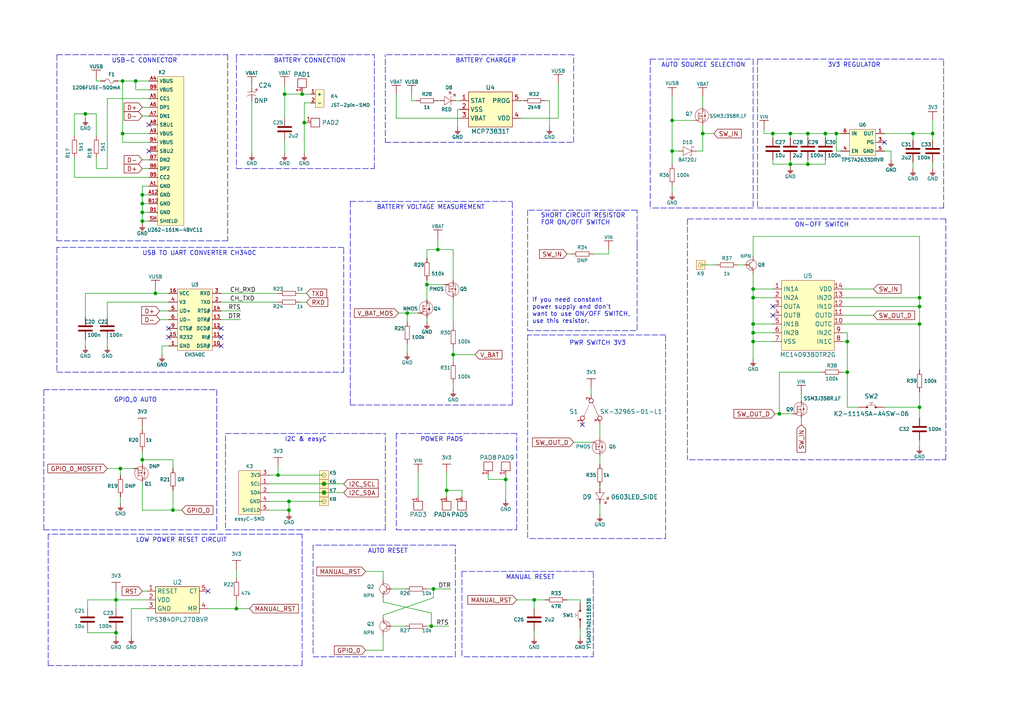
<source format=kicad_sch>
(kicad_sch (version 20211123) (generator eeschema)
  (paper "A4")
  (title_block (title "Soldered Inkplate 10") (date "2022-12-09") (rev "V1.3.0.") (company "SOLDERED") (comment 1 "333241"))
  (lib_symbols
    (symbol "e-radionica.com schematics:0402LED" (pin_numbers hide) (pin_names (offset 0.254) hide)
      (property "Reference" "D" (at -0.635 2.54 0))
      (property "Value" "0402LED" (at 0 -2.54 0))
      (symbol "0402LED_1_1"
        (pin passive line (at -1.905 0 0) (length 1.27) (name "A") (number "1"))
        (pin passive line (at 2.54 0 180) (length 1.27) (name "K") (number "2"))
      )
    )
    (symbol "e-radionica.com schematics:0603C" (pin_numbers hide) (pin_names (offset 0.002))
      (property "Reference" "C" (at 0 3.81 0))
      (property "Value" "0603C" (at 0 -3.175 0))
      (symbol "0603C_1_1"
        (pin passive line (at -3.175 0 0) (length 2.54) (name "~") (number "1"))
        (pin passive line (at 3.175 0 180) (length 2.54) (name "~") (number "2"))
      )
    )
    (symbol "e-radionica.com schematics:0603LED_SIDE" (pin_numbers hide) (pin_names hide)
      (property "Reference" "D" (at -1.27 2.54 0))
      (property "Value" "0603LED_SIDE" (at 0 -2.286 0))
      (symbol "0603LED_SIDE_1_1"
        (pin passive line (at -2.54 0 0) (length 1.27) (name "A") (number "1"))
        (pin passive line (at 1.905 0 180) (length 1.27) (name "K") (number "2"))
      )
    )
    (symbol "e-radionica.com schematics:0603R" (pin_numbers hide) (pin_names (offset 0.254))
      (property "Reference" "R" (at 0 1.27 0))
      (property "Value" "0603R" (at 0 -1.905 0))
      (symbol "0603R_1_1"
        (pin passive line (at -3.175 0 0) (length 1.27) (name "~") (number "1"))
        (pin passive line (at 3.175 0 180) (length 1.27) (name "~") (number "2"))
      )
    )
    (symbol "e-radionica.com schematics:1206C" (pin_numbers hide)
      (property "Reference" "C" (at 0 3.81 0))
      (property "Value" "1206C" (at 0 -3.175 0))
      (symbol "1206C_1_1"
        (pin passive line (at -3.175 0 0) (length 2.54) (name "~") (number "1"))
        (pin passive line (at 3.175 0 180) (length 2.54) (name "~") (number "2"))
      )
    )
    (symbol "e-radionica.com schematics:1206FUSE" (pin_numbers hide) (pin_names hide)
      (property "Reference" "F" (at -1.27 1.905 0))
      (property "Value" "1206FUSE" (at 0 -1.905 0))
      (symbol "1206FUSE_1_1"
        (pin passive line (at -2.54 0 0) (length 1.27) (name "~") (number "1"))
        (pin passive line (at 2.54 0 180) (length 1.27) (name "~") (number "2"))
      )
    )
    (symbol "e-radionica.com schematics:2917C" (pin_numbers hide) (pin_names hide)
      (property "Reference" "C?" (at 0 0 0))
      (property "Value" "2917C" (at 0 0 0))
      (symbol "2917C_0_0"
        (text "+" (at -0.635 -1.27 0) (effects (font (size 1 1))))
      )
      (symbol "2917C_1_1"
        (pin input line (at -1.27 -2.54 0) (length 1.27) (name "+") (number "1"))
        (pin input line (at 2.54 -2.54 180) (length 1.8) (name "-") (number "2"))
      )
    )
    (symbol "e-radionica.com schematics:3V3" (power) (pin_names (offset 0))
      (property "Value" "3V3" (at 0 3.556 0))
      (symbol "3V3_1_1"
        (pin power_in line (at 0 0 90) (length 0) hide (name "3V3") (number "1"))
      )
    )
    (symbol "e-radionica.com schematics:BAT20J" (pin_numbers hide) (pin_names hide)
      (property "Reference" "D" (at 0 2.54 0))
      (property "Value" "BAT20J" (at 0 -2.54 0))
      (symbol "BAT20J_1_1"
        (pin input line (at -2.54 0 0) (length 1.27) (name "A") (number "1"))
        (pin input line (at 2.54 0 180) (length 1.27) (name "C") (number "2"))
      )
    )
    (symbol "e-radionica.com schematics:CH340C"
      (property "Reference" "U" (at -3.81 10.16 0))
      (property "Value" "CH340C" (at 0 -10.16 0))
      (symbol "CH340C_1_1"
        (pin passive line (at -7.62 -7.62 0) (length 2.54) (name "GND") (number "1"))
        (pin passive line (at 7.62 -7.62 180) (length 2.54) (name "DSR#") (number "10"))
        (pin passive line (at 7.62 -5.08 180) (length 2.54) (name "RI#") (number "11"))
        (pin passive line (at 7.62 -2.54 180) (length 2.54) (name "DCD#") (number "12"))
        (pin passive line (at 7.62 0 180) (length 2.54) (name "DTR#") (number "13"))
        (pin passive line (at 7.62 2.54 180) (length 2.54) (name "RTS#") (number "14"))
        (pin passive line (at -7.62 -5.08 0) (length 2.54) (name "R232") (number "15"))
        (pin passive line (at -7.62 7.62 0) (length 2.54) (name "VCC") (number "16"))
        (pin passive line (at 7.62 5.08 180) (length 2.54) (name "TXD") (number "2"))
        (pin passive line (at 7.62 7.62 180) (length 2.54) (name "RXD") (number "3"))
        (pin passive line (at -7.62 5.08 0) (length 2.54) (name "V3") (number "4"))
        (pin passive line (at -7.62 2.54 0) (length 2.54) (name "UD+") (number "5"))
        (pin passive line (at -7.62 0 0) (length 2.54) (name "UD-") (number "6"))
        (pin passive line (at -7.62 -2.54 0) (length 2.54) (name "CTS#") (number "9"))
      )
    )
    (symbol "e-radionica.com schematics:GND" (power) (pin_names (offset 0))
      (property "Value" "GND" (at 0 -2.921 0))
      (symbol "GND_1_1"
        (pin power_in line (at 0 0 270) (length 0) hide (name "GND") (number "1"))
      )
    )
    (symbol "e-radionica.com schematics:HEADER_MALE_1X1_Inkplate" (pin_numbers hide) (pin_names hide)
      (property "Reference" "K" (at 0 2.54 0))
      (property "Value" "HEADER_MALE_1X1_Inkplate" (at 0 -2.54 0))
      (symbol "HEADER_MALE_1X1_Inkplate_1_1"
        (pin passive line (at 0 0 180) (length 0) (name "~") (number "1"))
      )
    )
    (symbol "e-radionica.com schematics:JST-2pin-SMD"
      (property "Reference" "K" (at 0 3.81 0))
      (property "Value" "JST-2pin-SMD" (at 1.27 -3.81 0))
      (symbol "JST-2pin-SMD_1_1"
        (pin passive line (at 2.54 -1.27 180) (length 1.27) (name "+") (number "1"))
        (pin passive line (at 2.54 1.27 180) (length 1.27) (name "-") (number "2"))
      )
    )
    (symbol "e-radionica.com schematics:K2-1114SA-A4SW-06" (pin_numbers hide) (pin_names hide)
      (property "Reference" "SW" (at 0 2.54 0))
      (property "Value" "K2-1114SA-A4SW-06" (at 0 -2.54 0))
      (symbol "K2-1114SA-A4SW-06_1_1"
        (pin passive line (at -3.81 0 0) (length 2.54) (name "~") (number "1"))
        (pin passive line (at 3.81 0 180) (length 2.54) (name "~") (number "2"))
      )
    )
    (symbol "e-radionica.com schematics:MC14093BDTR2G"
      (property "Reference" "U" (at 0 15.24 0))
      (property "Value" "MC14093BDTR2G" (at 0 -7.62 0))
      (symbol "MC14093BDTR2G_1_1"
        (pin output line (at -10.16 11.43 0) (length 2.54) (name "IN1A") (number "1"))
        (pin output line (at 10.16 1.27 180) (length 2.54) (name "OUTC") (number "10"))
        (pin output line (at 10.16 3.81 180) (length 2.54) (name "OUTD") (number "11"))
        (pin output line (at 10.16 6.35 180) (length 2.54) (name "IN1D") (number "12"))
        (pin output line (at 10.16 8.89 180) (length 2.54) (name "IN2D") (number "13"))
        (pin output line (at 10.16 11.43 180) (length 2.54) (name "VDD") (number "14"))
        (pin output line (at -10.16 8.89 0) (length 2.54) (name "IN2A") (number "2"))
        (pin output line (at -10.16 6.35 0) (length 2.54) (name "OUTA") (number "3"))
        (pin output line (at -10.16 3.81 0) (length 2.54) (name "OUTB") (number "4"))
        (pin output line (at -10.16 1.27 0) (length 2.54) (name "IN1B") (number "5"))
        (pin output line (at -10.16 -1.27 0) (length 2.54) (name "IN2B") (number "6"))
        (pin output line (at -10.16 -3.81 0) (length 2.54) (name "VSS") (number "7"))
        (pin output line (at 10.16 -3.81 180) (length 2.54) (name "IN1C") (number "8"))
        (pin output line (at 10.16 -1.27 180) (length 2.54) (name "IN2C") (number "9"))
      )
    )
    (symbol "e-radionica.com schematics:MCP73831T"
      (property "Reference" "U" (at 0 6.35 0))
      (property "Value" "MCP73831T" (at 0 -6.35 0))
      (symbol "MCP73831T_1_1"
        (pin output line (at -8.89 2.54 0) (length 2.54) (name "STAT") (number "1"))
        (pin output line (at -8.89 0 0) (length 2.54) (name "VSS") (number "2"))
        (pin output line (at -8.89 -2.54 0) (length 2.54) (name "VBAT") (number "3"))
        (pin output line (at 8.89 -2.54 180) (length 2.54) (name "VDD") (number "4"))
        (pin output line (at 8.89 2.54 180) (length 2.54) (name "PROG") (number "5"))
      )
    )
    (symbol "e-radionica.com schematics:NMOS-SOT-23-3" (pin_numbers hide) (pin_names hide)
      (property "Reference" "Q" (at -1.143 2.921 0))
      (property "Value" "NMOS-SOT-23-3" (at 1.524 -3.937 0))
      (symbol "NMOS-SOT-23-3_1_1"
        (pin passive line (at -1.27 -1.27 0) (length 1.27) (name "G") (number "1"))
        (pin passive line (at 1.27 -2.54 90) (length 1.27) (name "S") (number "2"))
        (pin passive line (at 1.27 2.54 270) (length 1.27) (name "D") (number "3"))
      )
    )
    (symbol "e-radionica.com schematics:NPN-SOT-23-3" (pin_numbers hide) (pin_names hide)
      (property "Reference" "Q" (at -2.286 2.921 0))
      (property "Value" "NPN-SOT-23-3" (at 0 -3.81 0))
      (symbol "NPN-SOT-23-3_1_1"
        (pin passive line (at -2.54 0 0) (length 1.27) (name "B") (number "1"))
        (pin passive line (at 0 -2.54 90) (length 1.27) (name "E") (number "2"))
        (pin passive line (at 0 2.54 270) (length 1.27) (name "C") (number "3"))
      )
    )
    (symbol "e-radionica.com schematics:PAD_4x4"
      (property "Reference" "PAD" (at 0 2.54 0))
      (property "Value" "PAD_4x4" (at 0 -2.54 0))
      (symbol "PAD_4x4_1_1"
        (pin passive line (at -2.54 0 0) (length 1.27) (name "") (number "1"))
      )
    )
    (symbol "e-radionica.com schematics:PMOS-SOT-23-3" (pin_numbers hide) (pin_names hide)
      (property "Reference" "Q" (at -1.27 2.54 0))
      (property "Value" "PMOS-SOT-23-3" (at 0.381 -4.064 0))
      (symbol "PMOS-SOT-23-3_1_1"
        (pin passive line (at -1.27 -1.27 0) (length 1.27) (name "G") (number "1"))
        (pin passive line (at 1.27 -2.54 90) (length 1.27) (name "S") (number "2"))
        (pin passive line (at 1.27 2.54 270) (length 1.27) (name "D") (number "3"))
      )
    )
    (symbol "e-radionica.com schematics:SK-3296S-01-L1"
      (property "Reference" "S" (at 0 3.81 0))
      (property "Value" "SK-3296S-01-L1" (at 0 -6.35 0))
      (symbol "SK-3296S-01-L1_1_1"
        (pin input inverted (at 3.81 2.54 180) (length 2.54) (name "") (number "1"))
        (pin input inverted (at -5.08 0 0) (length 2.54) (name "") (number "2"))
        (pin input inverted (at 3.81 -2.54 180) (length 2.54) (name "") (number "3"))
      )
    )
    (symbol "e-radionica.com schematics:TPS3840PL27DBVR"
      (property "Reference" "U" (at 0 5.08 0))
      (property "Value" "TPS3840PL27DBVR" (at 0 -5.08 0))
      (symbol "TPS3840PL27DBVR_1_1"
        (pin input line (at -8.89 2.54 0) (length 2.54) (name "RESET") (number "1"))
        (pin input line (at -8.89 0 0) (length 2.54) (name "VDD") (number "2"))
        (pin input line (at -8.89 -2.54 0) (length 2.54) (name "GND") (number "3"))
        (pin input line (at 8.89 -2.54 180) (length 2.54) (name "MR") (number "4"))
        (pin input line (at 8.89 2.54 180) (length 2.54) (name "CT") (number "5"))
      )
    )
    (symbol "e-radionica.com schematics:TPS7A2633DRVR"
      (property "Reference" "U" (at -3.175 5.08 0))
      (property "Value" "TPS7A2633DRVR" (at 0 -5.08 0))
      (symbol "TPS7A2633DRVR_1_1"
        (pin passive line (at 6.35 2.54 180) (length 2.54) (name "OUT") (number "1"))
        (pin passive line (at 6.35 0 180) (length 2.54) (name "PG") (number "3"))
        (pin passive line (at -6.35 -2.54 0) (length 2.54) (name "EN") (number "4"))
        (pin passive line (at 6.35 -2.54 180) (length 2.54) (name "GND") (number "5"))
        (pin passive line (at -6.35 2.54 0) (length 2.54) (name "IN") (number "6"))
      )
    )
    (symbol "e-radionica.com schematics:U262-161N-4BVC11"
      (property "Reference" "K" (at 0 22.86 0))
      (property "Value" "U262-161N-4BVC11" (at 2.54 -22.86 0))
      (symbol "U262-161N-4BVC11_1_1"
        (pin passive line (at -3.81 -10.16 0) (length 2.54) (name "GND") (number "A1"))
        (pin passive line (at -3.81 -12.7 0) (length 2.54) (name "GND") (number "A12"))
        (pin passive line (at -3.81 20.32 0) (length 2.54) (name "VBUS") (number "A4"))
        (pin passive line (at -3.81 15.24 0) (length 2.54) (name "CC1") (number "A5"))
        (pin passive line (at -3.81 12.7 0) (length 2.54) (name "DP1") (number "A6"))
        (pin passive line (at -3.81 10.16 0) (length 2.54) (name "DN1") (number "A7"))
        (pin passive line (at -3.81 7.62 0) (length 2.54) (name "SBU1") (number "A8"))
        (pin passive line (at -3.81 5.08 0) (length 2.54) (name "VBUS") (number "A9"))
        (pin passive line (at -3.81 -17.78 0) (length 2.54) (name "GND") (number "B1"))
        (pin passive line (at -3.81 -15.24 0) (length 2.54) (name "GND") (number "B12"))
        (pin passive line (at -3.81 2.54 0) (length 2.54) (name "VBUS") (number "B4"))
        (pin passive line (at -3.81 -7.62 0) (length 2.54) (name "CC2") (number "B5"))
        (pin passive line (at -3.81 -5.08 0) (length 2.54) (name "DP2") (number "B6"))
        (pin passive line (at -3.81 -2.54 0) (length 2.54) (name "DN2") (number "B7"))
        (pin passive line (at -3.81 0 0) (length 2.54) (name "SBU2") (number "B8"))
        (pin passive line (at -3.81 17.78 0) (length 2.54) (name "VBUS") (number "B9"))
        (pin passive line (at -3.81 -20.32 0) (length 2.54) (name "SHIELD") (number "SH"))
      )
    )
    (symbol "e-radionica.com schematics:VBAT" (power) (pin_names (offset 0))
      (property "Value" "VBAT" (at 0 3.556 0))
      (symbol "VBAT_1_1"
        (pin power_in line (at 0 0 90) (length 0) hide (name "VBAT") (number "1"))
      )
    )
    (symbol "e-radionica.com schematics:VIN" (power) (pin_names (offset 0))
      (property "Value" "VIN" (at 0 3.556 0))
      (symbol "VIN_1_1"
        (pin power_in line (at 0 0 90) (length 0) hide (name "VIN") (number "1"))
      )
    )
    (symbol "e-radionica.com schematics:VUSB" (power) (pin_names (offset 0))
      (property "Value" "VUSB" (at 0 3.556 0))
      (symbol "VUSB_1_1"
        (pin power_in line (at 0 0 90) (length 0) hide (name "VUSB") (number "1"))
      )
    )
    (symbol "e-radionica.com schematics:YTSA007A0151803B" (pin_numbers hide) (pin_names hide)
      (property "Reference" "SW" (at -1.016 2.286 0))
      (property "Value" "YTSA007A0151803B" (at 1.778 -2.032 0))
      (symbol "YTSA007A0151803B_1_1"
        (pin passive line (at -2.54 0 0) (length 2.54) (name "~") (number "1"))
        (pin passive line (at 5.08 0 180) (length 2.54) (name "~") (number "2"))
      )
    )
    (symbol "e-radionica.com schematics:easyC-SMD" (pin_names (offset 0.002))
      (property "Reference" "K" (at 0 10.16 0))
      (property "Value" "easyC-SMD" (at 0 -5.08 0))
      (symbol "easyC-SMD_1_1"
        (pin passive line (at 5.715 5.08 180) (length 2.54) (name "SCL") (number "1"))
        (pin passive line (at 5.715 2.54 180) (length 2.54) (name "SDA") (number "2"))
        (pin passive line (at 5.715 7.62 180) (length 2.54) (name "3V3") (number "3"))
        (pin passive line (at 5.715 0 180) (length 2.54) (name "GND") (number "4"))
        (pin passive line (at 5.715 -2.54 180) (length 2.54) (name "SHIELD") (number "5"))
      )
    )
  )
  (junction (at 224.155 38.735))
  (junction (at 218.44 99.06))
  (junction (at 88.265 35.56))
  (junction (at 245.745 107.95))
  (junction (at 127 72.39))
  (junction (at 239.395 38.735))
  (junction (at 154.94 173.99))
  (junction (at 266.7 88.9))
  (junction (at 34.925 135.89))
  (junction (at 194.945 43.815))
  (junction (at 35.56 38.735) (diameter 0.9144))
  (junction (at 123.825 82.55))
  (junction (at 41.275 61.595) (diameter 0.9144))
  (junction (at 41.275 56.515) (diameter 0.9144))
  (junction (at 194.945 34.925))
  (junction (at 218.44 86.36))
  (junction (at 45.085 85.09))
  (junction (at 118.11 90.805))
  (junction (at 24.765 33.02) (diameter 0.9144))
  (junction (at 41.275 64.135) (diameter 0.9144))
  (junction (at 264.795 38.735))
  (junction (at 218.44 93.98))
  (junction (at 226.06 120.015))
  (junction (at 83.82 145.415))
  (junction (at 234.315 38.735))
  (junction (at 242.57 38.735))
  (junction (at 218.44 96.52))
  (junction (at 270.51 38.735))
  (junction (at 33.655 183.515))
  (junction (at 125.73 170.815))
  (junction (at 87.63 27.305))
  (junction (at 266.7 118.11))
  (junction (at 93.98 142.875))
  (junction (at 129.54 142.24))
  (junction (at 245.745 99.06))
  (junction (at 93.98 140.335))
  (junction (at 41.275 59.055) (diameter 0.9144))
  (junction (at 146.685 139.065))
  (junction (at 39.37 23.495) (diameter 0.9144))
  (junction (at 50.165 147.955))
  (junction (at 266.7 86.36))
  (junction (at 82.55 27.305))
  (junction (at 229.235 38.735))
  (junction (at 83.82 147.955))
  (junction (at 41.275 133.35))
  (junction (at 125.095 181.61))
  (junction (at 35.56 23.495) (diameter 0.9144))
  (junction (at 234.315 47.625))
  (junction (at 266.7 93.98))
  (junction (at 33.655 173.99))
  (junction (at 218.44 83.82))
  (junction (at 229.235 47.625))
  (junction (at 68.58 176.53))
  (junction (at 80.645 137.795))
  (junction (at 203.835 38.735))
  (junction (at 131.445 102.87))
  (no_connect (at 48.895 95.25))
  (no_connect (at 224.155 91.44))
  (no_connect (at 64.135 95.25))
  (no_connect (at 43.18 43.815))
  (no_connect (at 168.91 123.19))
  (no_connect (at 48.895 97.79))
  (no_connect (at 224.155 88.9))
  (no_connect (at 64.135 100.33))
  (no_connect (at 256.54 41.275))
  (no_connect (at 60.325 171.45))
  (no_connect (at 43.18 36.195))
  (no_connect (at 64.135 97.79))
  (wire (pts (xy 270.51 46.99) (xy 270.51 48.895)))
  (wire (pts (xy 60.325 176.53) (xy 68.58 176.53)))
  (wire (pts (xy 120.65 29.21) (xy 119.38 29.21)))
  (polyline (pts (xy 184.785 60.96) (xy 153.035 60.96)))
  (wire (pts (xy 133.985 144.145) (xy 133.985 142.24)))
  (polyline (pts (xy 99.695 107.95) (xy 99.695 71.755)))
  (wire (pts (xy 244.475 91.44) (xy 253.365 91.44)))
  (wire (pts (xy 229.235 38.735) (xy 234.315 38.735)))
  (wire (pts (xy 244.475 88.9) (xy 266.7 88.9)))
  (polyline (pts (xy 149.86 153.67) (xy 149.86 125.73)))
  (wire (pts (xy 244.475 83.82) (xy 253.365 83.82)))
  (wire (pts (xy 111.125 165.735) (xy 111.125 168.275)))
  (wire (pts (xy 245.745 118.11) (xy 245.745 107.95)))
  (wire (pts (xy 248.92 118.11) (xy 245.745 118.11)))
  (polyline (pts (xy 68.58 48.895) (xy 108.585 48.895)))
  (wire (pts (xy 78.105 140.335) (xy 93.98 140.335)))
  (wire (pts (xy 234.315 46.355) (xy 234.315 47.625)))
  (wire (pts (xy 93.98 142.875) (xy 99.695 142.875)))
  (polyline (pts (xy 16.51 76.2) (xy 16.51 107.95)))
  (wire (pts (xy 24.765 85.09) (xy 45.085 85.09)))
  (wire (pts (xy 238.125 107.95) (xy 226.06 107.95)))
  (wire (pts (xy 88.265 29.845) (xy 90.17 29.845)))
  (wire (pts (xy 41.275 171.45) (xy 42.545 171.45)))
  (wire (pts (xy 50.165 147.955) (xy 52.705 147.955)))
  (wire (pts (xy 158.115 29.21) (xy 159.385 29.21)))
  (wire (pts (xy 25.4 182.88) (xy 25.4 183.515)))
  (wire (pts (xy 125.095 181.61) (xy 130.175 181.61)))
  (wire (pts (xy 203.835 36.195) (xy 203.835 38.735)))
  (wire (pts (xy 123.825 81.28) (xy 123.825 82.55)))
  (wire (pts (xy 31.115 48.895) (xy 31.115 28.575)))
  (polyline (pts (xy 68.58 15.875) (xy 68.58 16.51)))
  (wire (pts (xy 127 29.21) (xy 127.635 29.21)))
  (polyline (pts (xy 166.37 41.275) (xy 166.37 15.875)))
  (wire (pts (xy 258.445 43.815) (xy 258.445 46.355)))
  (wire (pts (xy 68.58 176.53) (xy 72.39 176.53)))
  (polyline (pts (xy 66.04 69.85) (xy 16.51 69.85)) (stroke (width 0) (type dash)))
  (wire (pts (xy 166.37 128.27) (xy 171.45 128.27)))
  (wire (pts (xy 82.55 40.64) (xy 82.55 44.45)))
  (wire (pts (xy 242.57 43.815) (xy 242.57 38.735)))
  (polyline (pts (xy 148.59 117.475) (xy 148.59 58.42)))
  (wire (pts (xy 123.825 181.61) (xy 125.095 181.61)))
  (wire (pts (xy 154.94 173.99) (xy 158.115 173.99)))
  (polyline (pts (xy 172.085 190.5) (xy 172.085 165.735)))
  (wire (pts (xy 266.7 118.11) (xy 266.7 121.285)))
  (polyline (pts (xy 87.63 154.94) (xy 13.97 154.94)))
  (polyline (pts (xy 16.51 71.755) (xy 16.51 76.2)))
  (wire (pts (xy 123.825 170.815) (xy 125.73 170.815)))
  (wire (pts (xy 88.265 29.845) (xy 88.265 35.56)))
  (polyline (pts (xy 12.7 153.67) (xy 62.865 153.67)))
  (polyline (pts (xy 134.62 190.5) (xy 172.085 190.5)))
  (polyline (pts (xy 218.44 17.145) (xy 218.44 60.325)))
  (wire (pts (xy 132.08 29.21) (xy 133.35 29.21)))
  (polyline (pts (xy 65.405 153.67) (xy 111.76 153.67)))
  (wire (pts (xy 45.085 83.82) (xy 45.085 85.09)))
  (wire (pts (xy 266.7 127.635) (xy 266.7 129.54)))
  (wire (pts (xy 218.44 93.98) (xy 218.44 96.52)))
  (wire (pts (xy 154.94 182.88) (xy 154.94 184.785)))
  (wire (pts (xy 125.73 173.355) (xy 111.125 178.435)))
  (wire (pts (xy 173.99 132.08) (xy 173.99 134.62)))
  (wire (pts (xy 86.995 87.63) (xy 88.9 87.63)))
  (wire (pts (xy 41.275 33.655) (xy 43.18 33.655)))
  (wire (pts (xy 224.155 47.625) (xy 229.235 47.625)))
  (wire (pts (xy 106.045 165.735) (xy 111.125 165.735)))
  (wire (pts (xy 226.06 120.015) (xy 229.87 120.015)))
  (wire (pts (xy 41.275 130.81) (xy 41.275 133.35)))
  (wire (pts (xy 224.155 96.52) (xy 218.44 96.52)))
  (wire (pts (xy 80.645 137.795) (xy 93.98 137.795)))
  (wire (pts (xy 244.475 86.36) (xy 266.7 86.36)))
  (wire (pts (xy 41.275 64.135) (xy 41.275 64.77)))
  (wire (pts (xy 239.395 47.625) (xy 234.315 47.625)))
  (wire (pts (xy 123.825 92.075) (xy 123.825 93.345)))
  (polyline (pts (xy 114.935 125.73) (xy 114.935 153.67)))
  (wire (pts (xy 86.995 85.09) (xy 88.9 85.09)))
  (wire (pts (xy 234.315 47.625) (xy 229.235 47.625)))
  (wire (pts (xy 224.155 83.82) (xy 218.44 83.82)))
  (wire (pts (xy 41.275 61.595) (xy 41.275 64.135)))
  (wire (pts (xy 224.155 46.355) (xy 224.155 47.625)))
  (polyline (pts (xy 193.04 97.155) (xy 153.035 97.155)))
  (wire (pts (xy 111.125 174.625) (xy 125.095 177.8)))
  (polyline (pts (xy 101.6 58.42) (xy 101.6 117.475)))
  (wire (pts (xy 141.605 139.065) (xy 146.685 139.065)))
  (wire (pts (xy 234.315 38.735) (xy 239.395 38.735)))
  (wire (pts (xy 114.935 34.29) (xy 133.35 34.29)))
  (wire (pts (xy 131.445 100.965) (xy 131.445 102.87)))
  (wire (pts (xy 224.79 120.015) (xy 226.06 120.015)))
  (polyline (pts (xy 62.865 113.03) (xy 62.865 114.935)))
  (wire (pts (xy 164.465 73.66) (xy 165.735 73.66)))
  (wire (pts (xy 127 69.215) (xy 127 72.39)))
  (wire (pts (xy 43.18 53.975) (xy 41.275 53.975)))
  (wire (pts (xy 239.395 46.355) (xy 239.395 47.625)))
  (wire (pts (xy 229.235 46.355) (xy 229.235 47.625)))
  (wire (pts (xy 33.655 173.99) (xy 42.545 173.99)))
  (polyline (pts (xy 274.32 133.35) (xy 274.32 63.5)))
  (wire (pts (xy 83.82 145.415) (xy 93.98 145.415)))
  (wire (pts (xy 35.56 23.495) (xy 39.37 23.495)))
  (polyline (pts (xy 132.08 158.115) (xy 90.805 158.115)))
  (wire (pts (xy 111.125 188.595) (xy 111.125 184.15)))
  (wire (pts (xy 33.655 176.53) (xy 33.655 173.99)))
  (polyline (pts (xy 111.76 153.67) (xy 111.76 125.73)))
  (polyline (pts (xy 16.51 107.95) (xy 99.695 107.95)))
  (wire (pts (xy 35.56 38.735) (xy 35.56 41.275)))
  (wire (pts (xy 82.55 27.305) (xy 87.63 27.305)))
  (wire (pts (xy 264.795 38.735) (xy 264.795 40.64)))
  (wire (pts (xy 171.45 112.395) (xy 171.45 114.3)))
  (wire (pts (xy 43.18 41.275) (xy 35.56 41.275)))
  (polyline (pts (xy 99.695 71.755) (xy 16.51 71.755)))
  (wire (pts (xy 203.835 38.735) (xy 207.01 38.735)))
  (polyline (pts (xy 188.595 17.145) (xy 218.44 17.145)))
  (wire (pts (xy 25.4 176.53) (xy 25.4 173.99)))
  (polyline (pts (xy 153.035 95.885) (xy 184.785 95.885)))
  (wire (pts (xy 131.445 102.87) (xy 137.795 102.87)))
  (wire (pts (xy 133.35 31.75) (xy 132.715 31.75)))
  (polyline (pts (xy 114.935 153.67) (xy 149.86 153.67)))
  (polyline (pts (xy 111.76 41.275) (xy 166.37 41.275)))
  (polyline (pts (xy 153.67 156.21) (xy 193.04 156.21)))
  (wire (pts (xy 73.025 29.21) (xy 73.025 44.45)))
  (wire (pts (xy 41.275 48.895) (xy 43.18 48.895)))
  (polyline (pts (xy 184.785 71.12) (xy 184.785 95.885)))
  (wire (pts (xy 266.7 86.36) (xy 266.7 88.9)))
  (wire (pts (xy 224.155 38.735) (xy 229.235 38.735)))
  (wire (pts (xy 266.7 113.665) (xy 266.7 118.11)))
  (wire (pts (xy 35.56 38.735) (xy 43.18 38.735)))
  (wire (pts (xy 123.825 82.55) (xy 123.825 86.995)))
  (wire (pts (xy 106.045 188.595) (xy 111.125 188.595)))
  (wire (pts (xy 256.54 118.11) (xy 266.7 118.11)))
  (polyline (pts (xy 200.025 133.35) (xy 274.32 133.35)))
  (wire (pts (xy 243.84 43.815) (xy 242.57 43.815)))
  (wire (pts (xy 88.265 44.45) (xy 88.265 35.56)))
  (polyline (pts (xy 68.58 16.51) (xy 68.58 48.895)))
  (wire (pts (xy 203.835 38.735) (xy 203.835 43.815)))
  (wire (pts (xy 50.165 135.89) (xy 50.165 133.35)))
  (wire (pts (xy 218.44 83.82) (xy 218.44 86.36)))
  (wire (pts (xy 151.13 29.21) (xy 151.765 29.21)))
  (wire (pts (xy 41.275 139.7) (xy 41.275 147.955)))
  (wire (pts (xy 41.275 59.055) (xy 43.18 59.055)))
  (wire (pts (xy 264.795 46.99) (xy 264.795 48.895)))
  (wire (pts (xy 21.59 33.02) (xy 24.765 33.02)))
  (wire (pts (xy 270.51 40.64) (xy 270.51 38.735)))
  (wire (pts (xy 118.11 90.805) (xy 118.11 93.345)))
  (wire (pts (xy 27.94 33.02) (xy 27.94 39.37)))
  (polyline (pts (xy 78.105 15.875) (xy 68.58 15.875)))
  (polyline (pts (xy 90.805 190.5) (xy 132.08 190.5)))
  (wire (pts (xy 68.58 173.99) (xy 68.58 176.53)))
  (wire (pts (xy 131.445 102.87) (xy 131.445 104.775)))
  (wire (pts (xy 27.94 23.495) (xy 27.94 22.86)))
  (wire (pts (xy 224.155 38.735) (xy 224.155 40.005)))
  (wire (pts (xy 24.765 33.02) (xy 24.765 34.29)))
  (wire (pts (xy 224.155 93.98) (xy 218.44 93.98)))
  (wire (pts (xy 25.4 173.99) (xy 33.655 173.99)))
  (wire (pts (xy 266.7 88.9) (xy 266.7 93.98)))
  (wire (pts (xy 172.085 73.66) (xy 176.53 73.66)))
  (wire (pts (xy 232.41 114.3) (xy 232.41 116.205)))
  (wire (pts (xy 161.925 24.13) (xy 161.925 34.29)))
  (polyline (pts (xy 66.04 15.875) (xy 66.04 69.85)) (stroke (width 0) (type dash)))
  (wire (pts (xy 203.835 43.815) (xy 201.93 43.815)))
  (wire (pts (xy 31.115 135.89) (xy 34.925 135.89)))
  (polyline (pts (xy 273.685 60.325) (xy 273.685 17.145)))
  (wire (pts (xy 229.235 47.625) (xy 229.235 48.26)))
  (polyline (pts (xy 133.985 165.735) (xy 133.985 190.5)))
  (wire (pts (xy 41.275 59.055) (xy 41.275 61.595)))
  (wire (pts (xy 115.57 90.805) (xy 118.11 90.805)))
  (polyline (pts (xy 90.805 158.115) (xy 90.805 189.865)))
  (wire (pts (xy 24.765 98.425) (xy 24.765 100.33)))
  (wire (pts (xy 73.025 24.765) (xy 73.025 25.4)))
  (polyline (pts (xy 132.08 190.5) (xy 132.08 158.115)))
  (wire (pts (xy 121.285 90.805) (xy 118.11 90.805)))
  (wire (pts (xy 34.925 137.795) (xy 34.925 135.89)))
  (wire (pts (xy 131.445 111.125) (xy 131.445 113.03)))
  (wire (pts (xy 82.55 24.765) (xy 82.55 27.305)))
  (wire (pts (xy 87.63 27.305) (xy 90.17 27.305)))
  (wire (pts (xy 132.715 31.75) (xy 132.715 36.83)))
  (wire (pts (xy 41.275 56.515) (xy 41.275 59.055)))
  (wire (pts (xy 221.615 38.735) (xy 224.155 38.735)))
  (polyline (pts (xy 12.7 113.03) (xy 62.865 113.03)))
  (wire (pts (xy 64.135 90.17) (xy 69.85 90.17)))
  (wire (pts (xy 266.7 93.98) (xy 266.7 107.315)))
  (wire (pts (xy 239.395 38.735) (xy 242.57 38.735)))
  (polyline (pts (xy 16.51 76.2) (xy 16.51 76.2)))
  (polyline (pts (xy 153.035 60.96) (xy 153.035 95.885)))
  (wire (pts (xy 194.945 53.975) (xy 194.945 55.88)))
  (polyline (pts (xy 101.6 117.475) (xy 148.59 117.475)))
  (wire (pts (xy 218.44 96.52) (xy 218.44 99.06)))
  (wire (pts (xy 35.56 38.735) (xy 35.56 23.495)))
  (wire (pts (xy 270.51 38.735) (xy 264.795 38.735)))
  (wire (pts (xy 31.115 92.075) (xy 31.115 87.63)))
  (wire (pts (xy 50.165 147.955) (xy 50.165 142.24)))
  (wire (pts (xy 41.275 147.955) (xy 50.165 147.955)))
  (polyline (pts (xy 87.63 190.5) (xy 87.63 154.94)))
  (wire (pts (xy 111.125 178.435) (xy 111.125 179.07)))
  (wire (pts (xy 43.18 64.135) (xy 41.275 64.135)))
  (polyline (pts (xy 78.105 15.875) (xy 108.585 15.875)))
  (wire (pts (xy 149.86 173.99) (xy 154.94 173.99)))
  (wire (pts (xy 41.275 61.595) (xy 43.18 61.595)))
  (polyline (pts (xy 13.97 154.94) (xy 13.97 193.04)))
  (polyline (pts (xy 199.39 63.5) (xy 199.39 133.35)))
  (polyline (pts (xy 218.44 60.325) (xy 188.595 60.325)))
  (wire (pts (xy 194.945 34.925) (xy 201.295 34.925)))
  (wire (pts (xy 27.94 45.72) (xy 27.94 48.895)))
  (wire (pts (xy 232.41 121.285) (xy 232.41 123.19)))
  (wire (pts (xy 218.44 68.58) (xy 266.7 68.58)))
  (wire (pts (xy 168.275 173.99) (xy 168.275 174.625)))
  (polyline (pts (xy 12.7 153.67) (xy 12.7 113.03)))
  (wire (pts (xy 45.085 85.09) (xy 48.895 85.09)))
  (wire (pts (xy 128.905 82.55) (xy 123.825 82.55)))
  (wire (pts (xy 93.98 140.335) (xy 99.695 140.335)))
  (wire (pts (xy 50.165 133.35) (xy 41.275 133.35)))
  (wire (pts (xy 245.745 107.95) (xy 245.745 99.06)))
  (polyline (pts (xy 166.37 15.875) (xy 111.76 15.875)))
  (wire (pts (xy 194.945 27.94) (xy 194.945 34.925)))
  (wire (pts (xy 31.115 87.63) (xy 48.895 87.63)))
  (polyline (pts (xy 108.585 48.895) (xy 108.585 15.875)))
  (polyline (pts (xy 219.71 17.145) (xy 273.685 17.145)))
  (wire (pts (xy 221.615 38.735) (xy 221.615 37.465)))
  (wire (pts (xy 226.06 107.95) (xy 226.06 120.015)))
  (wire (pts (xy 39.37 26.035) (xy 39.37 23.495)))
  (wire (pts (xy 46.99 102.87) (xy 46.99 100.33)))
  (wire (pts (xy 80.645 137.795) (xy 80.645 135.255)))
  (wire (pts (xy 21.59 45.72) (xy 21.59 51.435)))
  (wire (pts (xy 21.59 33.02) (xy 21.59 39.37)))
  (wire (pts (xy 82.55 27.305) (xy 82.55 34.29)))
  (wire (pts (xy 31.115 98.425) (xy 31.115 100.33)))
  (wire (pts (xy 29.21 23.495) (xy 27.94 23.495)))
  (wire (pts (xy 159.385 29.21) (xy 159.385 36.83)))
  (wire (pts (xy 43.18 26.035) (xy 39.37 26.035)))
  (wire (pts (xy 39.37 23.495) (xy 43.18 23.495)))
  (wire (pts (xy 270.51 34.925) (xy 270.51 38.735)))
  (wire (pts (xy 83.82 145.415) (xy 83.82 147.955)))
  (wire (pts (xy 245.745 96.52) (xy 244.475 96.52)))
  (wire (pts (xy 118.11 99.695) (xy 118.11 102.235)))
  (wire (pts (xy 64.135 87.63) (xy 80.645 87.63)))
  (wire (pts (xy 173.99 123.19) (xy 173.99 127)))
  (wire (pts (xy 78.105 137.795) (xy 80.645 137.795)))
  (polyline (pts (xy 172.085 165.735) (xy 133.985 165.735)))
  (polyline (pts (xy 62.865 153.67) (xy 62.865 114.3)))
  (wire (pts (xy 161.925 34.29) (xy 151.13 34.29)))
  (polyline (pts (xy 13.97 193.04) (xy 87.63 193.04)))
  (wire (pts (xy 146.685 137.795) (xy 146.685 139.065)))
  (wire (pts (xy 218.44 99.06) (xy 218.44 104.14)))
  (wire (pts (xy 38.1 176.53) (xy 42.545 176.53)))
  (wire (pts (xy 266.7 68.58) (xy 266.7 86.36)))
  (wire (pts (xy 244.475 93.98) (xy 266.7 93.98)))
  (wire (pts (xy 114.935 27.305) (xy 114.935 34.29)))
  (wire (pts (xy 146.685 139.065) (xy 146.685 144.78)))
  (wire (pts (xy 31.115 28.575) (xy 43.18 28.575)))
  (wire (pts (xy 34.925 135.89) (xy 38.735 135.89)))
  (polyline (pts (xy 16.51 15.875) (xy 16.51 69.85)) (stroke (width 0) (type dash)))
  (wire (pts (xy 218.44 86.36) (xy 218.44 93.98)))
  (wire (pts (xy 234.315 38.735) (xy 234.315 40.005)))
  (wire (pts (xy 87.63 26.67) (xy 87.63 27.305)))
  (wire (pts (xy 111.125 173.355) (xy 111.125 174.625)))
  (wire (pts (xy 125.73 170.815) (xy 125.73 173.355)))
  (wire (pts (xy 194.945 43.815) (xy 194.945 47.625)))
  (polyline (pts (xy 65.405 126.365) (xy 65.405 153.67)))
  (wire (pts (xy 46.355 92.71) (xy 48.895 92.71)))
  (wire (pts (xy 64.135 85.09) (xy 80.645 85.09)))
  (wire (pts (xy 125.73 170.815) (xy 130.81 170.815)))
  (wire (pts (xy 196.85 43.815) (xy 194.945 43.815)))
  (wire (pts (xy 25.4 183.515) (xy 33.655 183.515)))
  (wire (pts (xy 41.275 46.355) (xy 43.18 46.355)))
  (wire (pts (xy 123.825 72.39) (xy 123.825 74.93)))
  (polyline (pts (xy 188.595 17.145) (xy 188.595 60.325)))
  (polyline (pts (xy 274.32 63.5) (xy 199.39 63.5)))
  (wire (pts (xy 121.285 137.16) (xy 121.285 144.145)))
  (wire (pts (xy 173.99 146.05) (xy 173.99 149.225)))
  (wire (pts (xy 168.275 182.245) (xy 168.275 184.785)))
  (wire (pts (xy 133.985 142.24) (xy 129.54 142.24)))
  (wire (pts (xy 41.275 31.115) (xy 43.18 31.115)))
  (wire (pts (xy 41.275 53.975) (xy 41.275 56.515)))
  (wire (pts (xy 41.275 123.825) (xy 41.275 124.46)))
  (wire (pts (xy 33.655 183.515) (xy 33.655 184.785)))
  (wire (pts (xy 34.29 23.495) (xy 35.56 23.495)))
  (wire (pts (xy 33.655 182.88) (xy 33.655 183.515)))
  (wire (pts (xy 125.095 177.8) (xy 125.095 181.61)))
  (wire (pts (xy 127 72.39) (xy 123.825 72.39)))
  (polyline (pts (xy 111.76 15.875) (xy 111.76 16.51)))
  (wire (pts (xy 64.135 92.71) (xy 69.85 92.71)))
  (wire (pts (xy 41.275 56.515) (xy 43.18 56.515)))
  (wire (pts (xy 131.445 72.39) (xy 127 72.39)))
  (polyline (pts (xy 149.86 125.73) (xy 114.935 125.73)))
  (wire (pts (xy 78.105 145.415) (xy 83.82 145.415)))
  (wire (pts (xy 213.995 76.835) (xy 215.9 76.835)))
  (wire (pts (xy 203.835 27.94) (xy 203.835 31.115)))
  (wire (pts (xy 46.355 90.17) (xy 48.895 90.17)))
  (wire (pts (xy 33.655 171.45) (xy 33.655 173.99)))
  (polyline (pts (xy 87.63 193.04) (xy 87.63 190.5)))
  (wire (pts (xy 78.105 142.875) (xy 93.98 142.875)))
  (wire (pts (xy 113.665 170.815) (xy 117.475 170.815)))
  (wire (pts (xy 173.99 140.97) (xy 173.99 141.605)))
  (wire (pts (xy 129.54 142.24) (xy 129.54 144.145)))
  (wire (pts (xy 218.44 79.375) (xy 218.44 83.82)))
  (wire (pts (xy 154.94 176.53) (xy 154.94 173.99)))
  (polyline (pts (xy 193.04 156.21) (xy 193.04 97.155)))
  (wire (pts (xy 218.44 86.36) (xy 224.155 86.36)))
  (wire (pts (xy 164.465 173.99) (xy 168.275 173.99)))
  (wire (pts (xy 245.745 99.06) (xy 245.745 96.52)))
  (wire (pts (xy 129.54 137.16) (xy 129.54 142.24)))
  (wire (pts (xy 141.605 137.795) (xy 141.605 139.065)))
  (wire (pts (xy 244.475 107.95) (xy 245.745 107.95)))
  (wire (pts (xy 24.765 33.02) (xy 27.94 33.02)))
  (wire (pts (xy 113.665 181.61) (xy 117.475 181.61)))
  (wire (pts (xy 203.2 76.835) (xy 207.645 76.835)))
  (wire (pts (xy 176.53 72.39) (xy 176.53 73.66)))
  (wire (pts (xy 119.38 27.305) (xy 119.38 29.21)))
  (wire (pts (xy 68.58 165.1) (xy 68.58 167.64)))
  (wire (pts (xy 224.155 99.06) (xy 218.44 99.06)))
  (wire (pts (xy 239.395 38.735) (xy 239.395 40.005)))
  (polyline (pts (xy 111.76 17.145) (xy 111.76 41.275)))
  (polyline (pts (xy 184.785 71.12) (xy 184.785 60.96)))
  (polyline (pts (xy 219.71 60.325) (xy 273.685 60.325)))
  (wire (pts (xy 41.275 133.35) (xy 41.275 134.62)))
  (wire (pts (xy 24.765 92.075) (xy 24.765 85.09)))
  (polyline (pts (xy 101.6 58.42) (xy 148.59 58.42)))
  (polyline (pts (xy 153.035 97.155) (xy 153.035 156.21)))
  (polyline (pts (xy 16.51 15.875) (xy 66.04 15.875)) (stroke (width 0) (type dash)))
  (polyline (pts (xy 65.405 125.73) (xy 111.76 125.73)))
  (wire (pts (xy 88.9 35.56) (xy 88.265 35.56)))
  (wire (pts (xy 256.54 43.815) (xy 258.445 43.815)))
  (wire (pts (xy 242.57 38.735) (xy 243.84 38.735)))
  (wire (pts (xy 131.445 81.28) (xy 131.445 72.39)))
  (wire (pts (xy 27.94 48.895) (xy 31.115 48.895)))
  (wire (pts (xy 38.1 184.785) (xy 38.1 176.53)))
  (wire (pts (xy 83.82 147.955) (xy 83.82 148.59)))
  (wire (pts (xy 34.925 144.145) (xy 34.925 146.05)))
  (polyline (pts (xy 219.71 17.145) (xy 219.71 60.325)))
  (wire (pts (xy 256.54 38.735) (xy 264.795 38.735)))
  (wire (pts (xy 244.475 99.06) (xy 245.745 99.06)))
  (wire (pts (xy 43.18 51.435) (xy 21.59 51.435)))
  (wire (pts (xy 194.945 34.925) (xy 194.945 43.815)))
  (wire (pts (xy 78.105 147.955) (xy 83.82 147.955)))
  (wire (pts (xy 229.235 38.735) (xy 229.235 40.005)))
  (wire (pts (xy 218.44 74.295) (xy 218.44 68.58)))
  (wire (pts (xy 46.99 100.33) (xy 48.895 100.33)))
  (wire (pts (xy 131.445 86.36) (xy 131.445 94.615)))
  (text "If you need constant\npower supply and don't\nwant to use ON/OFF SWITCH,\nuse this resistor." (at 154.305 93.98 0) (effects (font (size 1.27 1.27)) (justify left bottom)))
  (text "AUTO SOURCE SELECTION" (at 191.77 19.685 0) (effects (font (size 1.27 1.27)) (justify left bottom)))
  (text "USB-C CONNECTOR\n" (at 51.435 18.415 180) (effects (font (size 1.27 1.27)) (justify right bottom)))
  (text "ON-OFF SWITCH" (at 230.505 66.04 0) (effects (font (size 1.27 1.27)) (justify left bottom)))
  (text "PWR SWITCH 3V3" (at 165.1 100.33 0) (effects (font (size 1.27 1.27)) (justify left bottom)))
  (text "POWER PADS\n" (at 121.92 128.27 0) (effects (font (size 1.27 1.27)) (justify left bottom)))
  (text "3V3 REGULATOR" (at 240.03 19.685 0) (effects (font (size 1.27 1.27)) (justify left bottom)))
  (text "BATTERY VOLTAGE MEASUREMENT\n" (at 109.22 60.96 0) (effects (font (size 1.27 1.27)) (justify left bottom)))
  (text "BATTERY CONNECTION" (at 79.375 18.415 0) (effects (font (size 1.27 1.27)) (justify left bottom)))
  (text "AUTO RESET" (at 106.68 160.655 0) (effects (font (size 1.27 1.27)) (justify left bottom)))
  (text "MANUAL RESET" (at 146.685 168.275 0) (effects (font (size 1.27 1.27)) (justify left bottom)))
  (text "GPIO_0 AUTO" (at 33.02 116.84 0) (effects (font (size 1.27 1.27)) (justify left bottom)))
  (text "SHORT CIRCUIT RESISTOR\nFOR ON/OFF SWITCH\n" (at 156.845 65.405 0) (effects (font (size 1.27 1.27)) (justify left bottom)))
  (text "BATTERY CHARGER" (at 132.08 18.415 0) (effects (font (size 1.27 1.27)) (justify left bottom)))
  (text "LOW POWER RESET CIRCUIT " (at 39.37 157.48 0) (effects (font (size 1.27 1.27)) (justify left bottom)))
  (text "USB TO UART CONVERTER CH340C" (at 41.275 74.295 0) (effects (font (size 1.27 1.27)) (justify left bottom)))
  (text "I2C & easyC" (at 82.55 128.27 0) (effects (font (size 1.27 1.27)) (justify left bottom)))
  (label "DTR" (at 69.85 92.71 180))
  (label "RTS" (at 69.85 90.17 180))
  (label "CH_RXD" (at 66.675 85.09 0))
  (label "CH_TXD" (at 66.675 87.63 0))
  (label "DTR" (at 130.81 170.815 180))
  (label "RTS" (at 130.175 181.61 180))
  (global_label "SW_IN" (shape input) (at 164.465 73.66 180) (property "Intersheet References" "${INTERSHEET_REFS}" (effects hide)))
  (global_label "D-" (shape input) (at 41.275 46.355 180) (property "Intersheet References" "${INTERSHEET_REFS}" (effects hide)))
  (global_label "I2C_SDA" (shape input) (at 99.695 142.875 0) (property "Intersheet References" "${INTERSHEET_REFS}" (effects hide)))
  (global_label "D+" (shape input) (at 41.275 31.115 180) (property "Intersheet References" "${INTERSHEET_REFS}" (effects hide)))
  (global_label "SW_IN" (shape input) (at 232.41 123.19 270) (property "Intersheet References" "${INTERSHEET_REFS}" (effects hide)))
  (global_label "RST" (shape input) (at 41.275 171.45 180) (property "Intersheet References" "${INTERSHEET_REFS}" (effects hide)))
  (global_label "V_BAT" (shape input) (at 137.795 102.87 0) (property "Intersheet References" "${INTERSHEET_REFS}" (effects hide)))
  (global_label "TXD" (shape input) (at 88.9 85.09 0) (property "Intersheet References" "${INTERSHEET_REFS}" (effects hide)))
  (global_label "SW_OUT_D" (shape input) (at 224.79 120.015 180) (property "Intersheet References" "${INTERSHEET_REFS}" (effects hide)))
  (global_label "D+" (shape input) (at 46.355 90.17 180) (property "Intersheet References" "${INTERSHEET_REFS}" (effects hide)))
  (global_label "SW_IN" (shape input) (at 253.365 83.82 0) (property "Intersheet References" "${INTERSHEET_REFS}" (effects hide)))
  (global_label "MANUAL_RST" (shape input) (at 106.045 165.735 180) (property "Intersheet References" "${INTERSHEET_REFS}" (effects hide)))
  (global_label "SW_OUT_D" (shape input) (at 166.37 128.27 180) (property "Intersheet References" "${INTERSHEET_REFS}" (effects hide)))
  (global_label "D-" (shape input) (at 41.275 33.655 180) (property "Intersheet References" "${INTERSHEET_REFS}" (effects hide)))
  (global_label "MANUAL_RST" (shape input) (at 72.39 176.53 0) (property "Intersheet References" "${INTERSHEET_REFS}" (effects hide)))
  (global_label "D-" (shape input) (at 46.355 92.71 180) (property "Intersheet References" "${INTERSHEET_REFS}" (effects hide)))
  (global_label "V_BAT_MOS" (shape input) (at 115.57 90.805 180) (property "Intersheet References" "${INTERSHEET_REFS}" (effects hide)))
  (global_label "GPIO_0" (shape input) (at 52.705 147.955 0) (property "Intersheet References" "${INTERSHEET_REFS}" (effects hide)))
  (global_label "RXD" (shape input) (at 88.9 87.63 0) (property "Intersheet References" "${INTERSHEET_REFS}" (effects hide)))
  (global_label "GPIO_0_MOSFET" (shape input) (at 31.115 135.89 180) (property "Intersheet References" "${INTERSHEET_REFS}" (effects hide)))
  (global_label "MANUAL_RST" (shape input) (at 149.86 173.99 180) (property "Intersheet References" "${INTERSHEET_REFS}" (effects hide)))
  (global_label "SW_IN" (shape input) (at 207.01 38.735 0) (property "Intersheet References" "${INTERSHEET_REFS}" (effects hide)))
  (global_label "SW_OUT_D" (shape input) (at 253.365 91.44 0) (property "Intersheet References" "${INTERSHEET_REFS}" (effects hide)))
  (global_label "I2C_SCL" (shape input) (at 99.695 140.335 0) (property "Intersheet References" "${INTERSHEET_REFS}" (effects hide)))
  (global_label "GPIO_0" (shape input) (at 106.045 188.595 180) (property "Intersheet References" "${INTERSHEET_REFS}" (effects hide)))
  (global_label "D+" (shape input) (at 41.275 48.895 180) (property "Intersheet References" "${INTERSHEET_REFS}" (effects hide)))
  (symbol (lib_id "e-radionica.com schematics:GND") (at 173.99 149.225 0) (unit 1)
    (property "Reference" "#PWR0181" (effects hide))
    (property "Value" "GND" (at 173.99 152.146 0) (effects (font (size 1 1))))
  )
  (symbol (lib_id "e-radionica.com schematics:VUSB") (at 119.38 27.305 0) (unit 1)
    (property "Reference" "#PWR0200" (effects hide))
    (property "Value" "VUSB" (at 119.38 23.749 0) (effects (font (size 1 1))))
  )
  (symbol (lib_id "e-radionica.com schematics:GND") (at 83.82 148.59 0) (unit 1)
    (property "Reference" "#PWR0160" (effects hide))
    (property "Value" "GND" (at 83.82 151.511 0) (effects (font (size 1 1))))
  )
  (symbol (lib_id "e-radionica.com schematics:3V3") (at 68.58 165.1 0) (unit 1)
    (property "Reference" "#PWR0166" (effects hide))
    (property "Value" "3V3" (at 68.58 160.655 0) (effects (font (size 1 1))))
  )
  (symbol (lib_id "e-radionica.com schematics:0603C") (at 24.765 95.25 90) (unit 1)
    (property "Reference" "C20" (at 26.035 93.345 90) (effects (font (size 1 1))))
    (property "Value" "100n" (at 27.305 97.155 90) (effects (font (size 1 1))))
    (property "Footprint" "e-radionica.com footprinti:0603C" (effects hide))
  )
  (symbol (lib_id "e-radionica.com schematics:0603R") (at 21.59 42.545 90) (unit 1)
    (property "Reference" "R17" (at 19.685 44.45 0) (effects (font (size 1 1))))
    (property "Value" "5k1" (at 23.495 42.545 0) (effects (font (size 1 1))))
    (property "Footprint" "e-radionica.com footprinti:0603R" (effects hide))
  )
  (symbol (lib_id "e-radionica.com schematics:GND") (at 46.99 102.87 0) (unit 1)
    (property "Reference" "#PWR0189" (effects hide))
    (property "Value" "GND" (at 46.99 105.791 0) (effects (font (size 1 1))))
  )
  (symbol (lib_id "e-radionica.com schematics:PAD_4x4") (at 91.44 35.56 0) (unit 1)
    (property "Reference" "PAD2" (at 98.425 35.56 0) (effects (justify right)))
    (property "Value" "PAD_4x4" (effects hide))
    (property "Footprint" "e-radionica.com footprinti:PAD_4x4" (effects hide))
  )
  (symbol (lib_id "e-radionica.com schematics:0603R") (at 154.94 29.21 0) (unit 1)
    (property "Reference" "R32" (at 154.94 27.305 0) (effects (font (size 1 1))))
    (property "Value" "2k49" (at 154.94 31.115 0) (effects (font (size 1 1))))
    (property "Footprint" "e-radionica.com footprinti:0603R" (effects hide))
  )
  (symbol (lib_id "e-radionica.com schematics:VBAT") (at 82.55 24.765 0) (unit 1)
    (property "Reference" "#PWR0198" (effects hide))
    (property "Value" "VBAT" (at 82.55 21.209 0) (effects (font (size 1 1))))
  )
  (symbol (lib_id "e-radionica.com schematics:GND") (at 131.445 113.03 0) (unit 1)
    (property "Reference" "#PWR0192" (effects hide))
    (property "Value" "GND" (at 131.445 115.951 0) (effects (font (size 1 1))))
  )
  (symbol (lib_id "e-radionica.com schematics:easyC-SMD") (at 72.39 145.415 0) (unit 1)
    (property "Reference" "K3" (at 72.39 135.255 0) (effects (font (size 1 1))))
    (property "Value" "easyC-SMD" (at 72.39 150.495 0) (effects (font (size 1 1))))
    (property "Footprint" "e-radionica.com footprinti:easyC-connector" (effects hide))
  )
  (symbol (lib_id "e-radionica.com schematics:1206C") (at 224.155 43.18 90) (unit 1)
    (property "Reference" "C27" (at 224.79 41.275 90) (effects (font (size 1 1)) (justify right)))
    (property "Value" "10u" (at 224.79 45.085 90) (effects (font (size 1 1)) (justify right)))
    (property "Footprint" "e-radionica.com footprinti:1206C" (effects hide))
  )
  (symbol (lib_id "e-radionica.com schematics:GND") (at 31.115 100.33 0) (unit 1)
    (property "Reference" "#PWR0186" (effects hide))
    (property "Value" "GND" (at 31.115 103.251 0) (effects (font (size 1 1))))
  )
  (symbol (lib_id "e-radionica.com schematics:0603R") (at 118.11 96.52 90) (unit 1)
    (property "Reference" "R25" (at 114.3 95.25 90) (effects (font (size 1 1)) (justify right)))
    (property "Value" "100k" (at 119.38 97.79 90) (effects (font (size 1 1)) (justify right)))
    (property "Footprint" "e-radionica.com footprinti:0603R" (effects hide))
  )
  (symbol (lib_id "e-radionica.com schematics:0603R") (at 41.275 127.635 90) (unit 1)
    (property "Reference" "R20" (at 38.735 127.635 90) (effects (font (size 1 1))))
    (property "Value" "1k" (at 43.18 127.635 90) (effects (font (size 1 1))))
    (property "Footprint" "e-radionica.com footprinti:0603R" (effects hide))
  )
  (symbol (lib_id "e-radionica.com schematics:GND") (at 168.275 184.785 0) (unit 1)
    (property "Reference" "#PWR0180" (effects hide))
    (property "Value" "GND" (at 168.275 187.706 0) (effects (font (size 1 1))))
  )
  (symbol (lib_id "e-radionica.com schematics:0603R") (at 120.65 181.61 0) (unit 1)
    (property "Reference" "R27" (at 117.475 182.88 0) (effects (font (size 1 1))))
    (property "Value" "10k" (at 123.825 182.88 0) (effects (font (size 1 1))))
    (property "Footprint" "e-radionica.com footprinti:0603R" (effects hide))
  )
  (symbol (lib_id "e-radionica.com schematics:VIN") (at 232.41 114.3 0) (unit 1)
    (property "Reference" "#PWR0170" (effects hide))
    (property "Value" "VIN" (at 232.41 110.744 0) (effects (font (size 1 1))))
  )
  (symbol (lib_id "e-radionica.com schematics:3V3") (at 129.54 137.16 0) (unit 1)
    (property "Reference" "#PWR0162" (effects hide))
    (property "Value" "3V3" (at 129.54 132.715 0) (effects (font (size 1 1))))
  )
  (symbol (lib_id "e-radionica.com schematics:VUSB") (at 45.085 83.82 0) (unit 1)
    (property "Reference" "#PWR0188" (effects hide))
    (property "Value" "VUSB" (at 45.085 80.264 0) (effects (font (size 1 1))))
  )
  (symbol (lib_id "e-radionica.com schematics:0603R") (at 161.29 173.99 180) (unit 1)
    (property "Reference" "R33" (at 161.29 172.085 0) (effects (font (size 1 1))))
    (property "Value" "47R" (at 161.29 175.895 0) (effects (font (size 1 1))))
    (property "Footprint" "e-radionica.com footprinti:0603R" (effects hide))
  )
  (symbol (lib_id "e-radionica.com schematics:0603R") (at 241.3 107.95 180) (unit 1)
    (property "Reference" "R38" (at 241.3 106.045 0) (effects (font (size 1 1))))
    (property "Value" "100k" (at 241.3 109.855 0) (effects (font (size 1 1))))
    (property "Footprint" "e-radionica.com footprinti:0603R" (effects hide))
  )
  (symbol (lib_id "e-radionica.com schematics:NMOS-SOT-23-3") (at 122.555 89.535 0) (unit 1)
    (property "Reference" "Q4" (at 125.73 89.535 0) (effects (font (size 1 1)) (justify left)))
    (property "Value" "NMOS" (at 116.84 89.535 0) (effects (font (size 1 1)) (justify left)))
    (property "Footprint" "e-radionica.com footprinti:SOT-23-3" (effects hide))
  )
  (symbol (lib_id "e-radionica.com schematics:GND") (at 88.265 44.45 0) (unit 1)
    (property "Reference" "#PWR0194" (effects hide))
    (property "Value" "GND" (at 88.265 47.371 0) (effects (font (size 1 1))))
  )
  (symbol (lib_id "e-radionica.com schematics:0603C") (at 31.115 95.25 270) (mirror x) (unit 1)
    (property "Reference" "C22" (at 29.845 93.345 90) (effects (font (size 1 1))))
    (property "Value" "100n" (at 33.655 97.155 90) (effects (font (size 1 1))))
    (property "Footprint" "e-radionica.com footprinti:0603C" (effects hide))
  )
  (symbol (lib_id "e-radionica.com schematics:CH340C") (at 56.515 92.71 0) (unit 1)
    (property "Reference" "U3" (at 56.515 82.55 0) (effects (font (size 1 1))))
    (property "Value" "CH340C" (at 56.515 102.87 0) (effects (font (size 1 1))))
    (property "Footprint" "e-radionica.com footprinti:SOP-16" (effects hide))
  )
  (symbol (lib_id "e-radionica.com schematics:VIN") (at 121.285 137.16 0) (unit 1)
    (property "Reference" "#PWR0161" (effects hide))
    (property "Value" "VIN" (at 121.285 133.604 0) (effects (font (size 1 1))))
  )
  (symbol (lib_id "e-radionica.com schematics:TPS7A2633DRVR") (at 250.19 41.275 0) (unit 1)
    (property "Reference" "U6" (at 250.19 36.195 0) (effects (font (size 1 1))))
    (property "Value" "TPS7A2633DRVR" (at 250.19 46.355 0) (effects (font (size 1 1))))
    (property "Footprint" "e-radionica.com footprinti:TPS7A2633DRVR" (effects hide))
  )
  (symbol (lib_id "e-radionica.com schematics:K2-1114SA-A4SW-06") (at 252.73 118.11 0) (unit 1)
    (property "Reference" "SW2" (at 252.73 114.935 0))
    (property "Value" "K2-1114SA-A4SW-06" (at 252.73 120.015 0))
    (property "Footprint" "e-radionica.com footprinti:K2-1114SA-A4SW-06" (effects hide))
  )
  (symbol (lib_id "e-radionica.com schematics:2917C") (at 75.565 26.67 270) (unit 1)
    (property "Reference" "C24" (at 74.93 24.765 90) (effects (justify left)))
    (property "Value" "DNP" (at 73.66 29.21 90) (effects (justify left)))
    (property "Footprint" "e-radionica.com footprinti:2917C" (effects hide))
  )
  (symbol (lib_id "e-radionica.com schematics:GND") (at 82.55 44.45 0) (unit 1)
    (property "Reference" "#PWR0195" (effects hide))
    (property "Value" "GND" (at 82.55 47.371 0) (effects (font (size 1 1))))
  )
  (symbol (lib_id "e-radionica.com schematics:0603R") (at 83.82 87.63 0) (unit 1)
    (property "Reference" "R24" (at 80.645 88.9 0) (effects (font (size 1 1))))
    (property "Value" "1k" (at 86.995 88.9 0) (effects (font (size 1 1))))
    (property "Footprint" "e-radionica.com footprinti:0603R" (effects hide))
  )
  (symbol (lib_id "e-radionica.com schematics:JST-2pin-SMD") (at 92.71 28.575 180) (unit 1)
    (property "Reference" "K4" (at 95.885 27.94 0) (effects (font (size 1 1)) (justify right)))
    (property "Value" "JST-2pin-SMD" (at 95.885 30.48 0) (effects (font (size 1 1)) (justify right)))
    (property "Footprint" "e-radionica.com footprinti:JST-2pin-SMD" (effects hide))
  )
  (symbol (lib_id "e-radionica.com schematics:GND") (at 123.825 93.345 0) (unit 1)
    (property "Reference" "#PWR0191" (effects hide))
    (property "Value" "GND" (at 123.825 96.266 0) (effects (font (size 1 1))))
  )
  (symbol (lib_id "e-radionica.com schematics:VUSB") (at 27.94 22.86 0) (unit 1)
    (property "Reference" "#PWR0204" (effects hide))
    (property "Value" "VUSB" (at 27.94 19.304 0) (effects (font (size 1 1))))
  )
  (symbol (lib_id "e-radionica.com schematics:VBAT") (at 114.935 27.305 0) (unit 1)
    (property "Reference" "#PWR0199" (effects hide))
    (property "Value" "VBAT" (at 114.935 23.749 0) (effects (font (size 1 1))))
  )
  (symbol (lib_id "e-radionica.com schematics:NPN-SOT-23-3") (at 111.125 170.815 0) (mirror y) (unit 1)
    (property "Reference" "Q2" (at 108.585 170.18 0) (effects (font (size 1 1)) (justify left)))
    (property "Value" "NPN" (at 108.585 172.72 0) (effects (font (size 1 1)) (justify left)))
    (property "Footprint" "e-radionica.com footprinti:SOT-23-3" (effects hide))
  )
  (symbol (lib_id "e-radionica.com schematics:GND") (at 264.795 48.895 0) (unit 1)
    (property "Reference" "#PWR0177" (effects hide))
    (property "Value" "GND" (at 264.795 51.816 0) (effects (font (size 1 1))))
  )
  (symbol (lib_id "e-radionica.com schematics:GND") (at 154.94 184.785 0) (unit 1)
    (property "Reference" "#PWR0157" (effects hide))
    (property "Value" "GND" (at 154.94 187.706 0) (effects (font (size 1 1))))
  )
  (symbol (lib_id "e-radionica.com schematics:0603C") (at 229.235 43.18 90) (unit 1)
    (property "Reference" "C28" (at 229.87 41.275 90) (effects (font (size 1 1)) (justify right)))
    (property "Value" "2u2" (at 229.87 45.085 90) (effects (font (size 1 1)) (justify right)))
    (property "Footprint" "e-radionica.com footprinti:0603C" (effects hide))
  )
  (symbol (lib_id "e-radionica.com schematics:GND") (at 194.945 55.88 0) (unit 1)
    (property "Reference" "#PWR0172" (effects hide))
    (property "Value" "GND" (at 194.945 58.801 0) (effects (font (size 1 1))))
  )
  (symbol (lib_id "e-radionica.com schematics:0603C") (at 234.315 43.18 90) (unit 1)
    (property "Reference" "C29" (at 234.315 41.275 90) (effects (font (size 1 1)) (justify right)))
    (property "Value" "100n" (at 234.95 45.085 90) (effects (font (size 1 1)) (justify right)))
    (property "Footprint" "e-radionica.com footprinti:0603C" (effects hide))
  )
  (symbol (lib_id "e-radionica.com schematics:0603C") (at 266.7 124.46 90) (unit 1)
    (property "Reference" "C32" (at 262.255 124.46 90) (effects (font (size 1 1))))
    (property "Value" "100n" (at 271.145 124.46 90) (effects (font (size 1 1))))
    (property "Footprint" "e-radionica.com footprinti:0603C" (effects hide))
  )
  (symbol (lib_id "e-radionica.com schematics:0603R") (at 50.165 139.065 90) (unit 1)
    (property "Reference" "R21" (at 46.355 139.065 90) (effects (font (size 1 1)) (justify right)))
    (property "Value" "0R" (at 51.435 139.065 90) (effects (font (size 1 1)) (justify right)))
    (property "Footprint" "e-radionica.com footprinti:0603R" (effects hide))
  )
  (symbol (lib_id "e-radionica.com schematics:0603R") (at 131.445 107.95 90) (unit 1)
    (property "Reference" "R31" (at 127.635 106.68 90) (effects (font (size 1 1)) (justify right)))
    (property "Value" "100k" (at 132.715 109.22 90) (effects (font (size 1 1)) (justify right)))
    (property "Footprint" "e-radionica.com footprinti:0603R" (effects hide))
  )
  (symbol (lib_id "e-radionica.com schematics:VBAT") (at 203.835 27.94 0) (unit 1)
    (property "Reference" "#PWR0173" (effects hide))
    (property "Value" "VBAT" (at 203.835 24.384 0) (effects (font (size 1 1))))
  )
  (symbol (lib_id "e-radionica.com schematics:NPN-SOT-23-3") (at 218.44 76.835 0) (unit 1)
    (property "Reference" "Q8" (at 219.71 76.835 0) (effects (font (size 1 1)) (justify left)))
    (property "Value" "NPN" (at 214.63 74.295 0) (effects (font (size 1 1)) (justify left)))
    (property "Footprint" "e-radionica.com footprinti:SOT-23-3" (effects hide))
  )
  (symbol (lib_id "e-radionica.com schematics:0603LED_SIDE") (at 173.99 144.145 270) (unit 1)
    (property "Reference" "D9" (at 168.91 144.145 90) (effects (justify left)))
    (property "Value" "0603LED_SIDE" (at 177.165 144.145 90) (effects (justify left)))
    (property "Footprint" "e-radionica.com footprinti:LTST-S270GKT" (effects hide))
  )
  (symbol (lib_id "e-radionica.com schematics:PMOS-SOT-23-3") (at 202.565 33.655 0) (unit 1)
    (property "Reference" "Q7" (at 198.755 33.02 0) (effects (font (size 1 1)) (justify left)))
    (property "Value" "SSM3J358R,LF" (at 205.74 33.655 0) (effects (font (size 1 1)) (justify left)))
    (property "Footprint" "e-radionica.com footprinti:SOT-23-3" (effects hide))
  )
  (symbol (lib_id "e-radionica.com schematics:GND") (at 24.765 100.33 0) (unit 1)
    (property "Reference" "#PWR0187" (effects hide))
    (property "Value" "GND" (at 24.765 103.251 0) (effects (font (size 1 1))))
  )
  (symbol (lib_id "e-radionica.com schematics:GND") (at 146.685 144.78 0) (unit 1)
    (property "Reference" "#PWR0163" (effects hide))
    (property "Value" "GND" (at 146.685 147.701 0) (effects (font (size 1 1))))
  )
  (symbol (lib_id "e-radionica.com schematics:U262-161N-4BVC11") (at 46.99 43.815 0) (unit 1)
    (property "Reference" "K2" (at 46.99 20.955 0) (effects (font (size 1 1))))
    (property "Value" "U262-161N-4BVC11" (at 50.8 66.675 0) (effects (font (size 1 1))))
    (property "Footprint" "e-radionica.com footprinti:U262-161N-4BVC11" (effects hide))
  )
  (symbol (lib_id "e-radionica.com schematics:VUSB") (at 194.945 27.94 0) (unit 1)
    (property "Reference" "#PWR0174" (effects hide))
    (property "Value" "VUSB" (at 194.945 24.13 0) (effects (font (size 1 1))))
  )
  (symbol (lib_id "e-radionica.com schematics:GND") (at 24.765 34.29 0) (unit 1)
    (property "Reference" "#PWR0205" (effects hide))
    (property "Value" "GND" (at 24.765 37.211 0) (effects (font (size 1 1))))
  )
  (symbol (lib_id "e-radionica.com schematics:PMOS-SOT-23-3") (at 40.005 137.16 0) (mirror x) (unit 1)
    (property "Reference" "Q1" (at 41.91 140.335 0) (effects (font (size 1 1)) (justify left)))
    (property "Value" "DNP" (at 43.18 135.255 0) (effects (font (size 1 1)) (justify left)))
    (property "Footprint" "e-radionica.com footprinti:SOT-23-3" (effects hide))
  )
  (symbol (lib_id "e-radionica.com schematics:0603R") (at 123.825 78.105 90) (unit 1)
    (property "Reference" "R29" (at 120.015 76.835 90) (effects (font (size 1 1)) (justify right)))
    (property "Value" "510k" (at 125.095 79.375 90) (effects (font (size 1 1)) (justify right)))
    (property "Footprint" "e-radionica.com footprinti:0603R" (effects hide))
  )
  (symbol (lib_id "e-radionica.com schematics:0603R") (at 173.99 137.795 270) (unit 1)
    (property "Reference" "R35" (at 171.45 137.795 90) (effects (font (size 1 1))))
    (property "Value" "1k" (at 175.895 137.795 90) (effects (font (size 1 1))))
    (property "Footprint" "e-radionica.com footprinti:0603R" (effects hide))
  )
  (symbol (lib_id "e-radionica.com schematics:3V3") (at 80.645 135.255 0) (unit 1)
    (property "Reference" "#PWR0164" (effects hide))
    (property "Value" "3V3" (at 80.645 130.81 0) (effects (font (size 1 1))))
  )
  (symbol (lib_id "e-radionica.com schematics:0603R") (at 266.7 110.49 90) (unit 1)
    (property "Reference" "R39" (at 262.89 110.49 90) (effects (font (size 1 1)) (justify right)))
    (property "Value" "100k" (at 267.97 110.49 90) (effects (font (size 1 1)) (justify right)))
    (property "Footprint" "e-radionica.com footprinti:0603R" (effects hide))
  )
  (symbol (lib_id "e-radionica.com schematics:3V3") (at 33.655 171.45 0) (unit 1)
    (property "Reference" "#PWR0165" (effects hide))
    (property "Value" "3V3" (at 33.655 167.005 0) (effects (font (size 1 1))))
  )
  (symbol (lib_id "e-radionica.com schematics:0603R") (at 27.94 42.545 90) (unit 1)
    (property "Reference" "R18" (at 26.035 44.45 0) (effects (font (size 1 1))))
    (property "Value" "5k1" (at 29.845 42.545 0) (effects (font (size 1 1))))
    (property "Footprint" "e-radionica.com footprinti:0603R" (effects hide))
  )
  (symbol (lib_id "e-radionica.com schematics:1206FUSE") (at 31.75 23.495 0) (unit 1)
    (property "Reference" "F1" (at 32.385 21.59 0) (effects (font (size 1 1))))
    (property "Value" "1206FUSE-500mA" (at 27.94 25.4 0) (effects (font (size 1 1))))
    (property "Footprint" "e-radionica.com footprinti:1206FUSE" (effects hide))
  )
  (symbol (lib_id "e-radionica.com schematics:3V3") (at 270.51 34.925 0) (unit 1)
    (property "Reference" "#PWR0175" (effects hide))
    (property "Value" "3V3" (at 270.51 31.115 0) (effects (font (size 1 1))))
  )
  (symbol (lib_id "e-radionica.com schematics:PAD_4x4") (at 141.605 135.255 90) (unit 1)
    (property "Reference" "PAD8" (at 139.065 132.715 90) (effects (justify right)))
    (property "Value" "PAD_4x4" (effects hide))
    (property "Footprint" "e-radionica.com footprinti:PAD_4x4" (effects hide))
  )
  (symbol (lib_id "e-radionica.com schematics:VUSB") (at 161.925 24.13 0) (unit 1)
    (property "Reference" "#PWR0202" (effects hide))
    (property "Value" "VUSB" (at 161.925 20.574 0) (effects (font (size 1 1))))
  )
  (symbol (lib_id "e-radionica.com schematics:YTSA007A0151803B") (at 168.275 179.705 90) (unit 1)
    (property "Reference" "SW1" (at 163.195 178.435 90) (effects (font (size 1 1)) (justify right)))
    (property "Value" "YTSA007A0151803B" (at 170.815 173.355 0) (effects (font (size 1 1)) (justify right)))
    (property "Footprint" "e-radionica.com footprinti:YTSA007A0151803B" (effects hide))
  )
  (symbol (lib_id "e-radionica.com schematics:PAD_4x4") (at 87.63 24.13 90) (unit 1)
    (property "Reference" "PAD1" (at 85.09 21.59 90) (effects (justify right)))
    (property "Value" "PAD_4x4" (effects hide))
    (property "Footprint" "e-radionica.com footprinti:PAD_4x4" (effects hide))
  )
  (symbol (lib_id "e-radionica.com schematics:GND") (at 34.925 146.05 0) (unit 1)
    (property "Reference" "#PWR0158" (effects hide))
    (property "Value" "GND" (at 34.925 148.971 0) (effects (font (size 1 1))))
  )
  (symbol (lib_id "e-radionica.com schematics:0603R") (at 194.945 50.8 90) (unit 1)
    (property "Reference" "R36" (at 191.135 50.8 90) (effects (font (size 1 1)) (justify right)))
    (property "Value" "100k" (at 196.215 50.8 90) (effects (font (size 1 1)) (justify right)))
    (property "Footprint" "e-radionica.com footprinti:0603R" (effects hide))
  )
  (symbol (lib_id "e-radionica.com schematics:0603R") (at 131.445 97.79 90) (unit 1)
    (property "Reference" "R30" (at 127.635 96.52 90) (effects (font (size 1 1)) (justify right)))
    (property "Value" "100k" (at 132.715 99.06 90) (effects (font (size 1 1)) (justify right)))
    (property "Footprint" "e-radionica.com footprinti:0603R" (effects hide))
  )
  (symbol (lib_id "e-radionica.com schematics:0603R") (at 34.925 140.97 90) (unit 1)
    (property "Reference" "R19" (at 31.115 140.97 90) (effects (font (size 1 1)) (justify right)))
    (property "Value" "DNP" (at 36.195 140.97 90) (effects (font (size 1 1)) (justify right)))
    (property "Footprint" "e-radionica.com footprinti:0603R" (effects hide))
  )
  (symbol (lib_id "e-radionica.com schematics:MCP73831T") (at 142.24 31.75 0) (unit 1)
    (property "Reference" "U4" (at 142.24 25.4 0))
    (property "Value" "MCP73831T" (at 142.24 38.1 0))
    (property "Footprint" "e-radionica.com footprinti:SOT-23-5" (effects hide))
  )
  (symbol (lib_id "e-radionica.com schematics:0603C") (at 270.51 43.815 90) (unit 1)
    (property "Reference" "C33" (at 268.605 41.91 90) (effects (font (size 1 1))))
    (property "Value" "100n" (at 267.97 45.72 90) (effects (font (size 1 1))))
    (property "Footprint" "e-radionica.com footprinti:0603C" (effects hide))
  )
  (symbol (lib_id "e-radionica.com schematics:HEADER_MALE_1X1_Inkplate") (at 93.98 137.795 0) (unit 1)
    (property "Reference" "K5" (at 96.52 137.16 0) (effects (font (size 1 1))))
    (property "Value" "HEADER_MALE_1X1_Inkplate" (effects hide))
    (property "Footprint" "e-radionica.com footprinti:HEADER_MALE_1X1_Inkplate" (effects hide))
  )
  (symbol (lib_id "e-radionica.com schematics:PAD_4x4") (at 133.985 146.685 270) (unit 1)
    (property "Reference" "PAD5" (at 135.89 149.225 90) (effects (justify right)))
    (property "Value" "PAD_4x4" (effects hide))
    (property "Footprint" "e-radionica.com footprinti:PAD_4x4" (effects hide))
  )
  (symbol (lib_id "e-radionica.com schematics:GND") (at 270.51 48.895 0) (unit 1)
    (property "Reference" "#PWR0176" (effects hide))
    (property "Value" "GND" (at 270.51 51.816 0) (effects (font (size 1 1))))
  )
  (symbol (lib_id "e-radionica.com schematics:0603C") (at 264.795 43.815 90) (unit 1)
    (property "Reference" "C31" (at 262.89 41.91 90) (effects (font (size 1 1))))
    (property "Value" "2u2" (at 262.89 45.72 90) (effects (font (size 1 1))))
    (property "Footprint" "e-radionica.com footprinti:0603C" (effects hide))
  )
  (symbol (lib_id "e-radionica.com schematics:0603C") (at 82.55 37.465 90) (unit 1)
    (property "Reference" "C25" (at 80.645 35.56 90) (effects (font (size 1 1))))
    (property "Value" "2u2" (at 85.09 39.37 90) (effects (font (size 1 1))))
    (property "Footprint" "e-radionica.com footprinti:0603C" (effects hide))
  )
  (symbol (lib_id "e-radionica.com schematics:VBAT") (at 127 69.215 0) (unit 1)
    (property "Reference" "#PWR0190" (effects hide))
    (property "Value" "VBAT" (at 127 65.659 0) (effects (font (size 1 1))))
  )
  (symbol (lib_id "e-radionica.com schematics:GND") (at 229.235 48.26 0) (unit 1)
    (property "Reference" "#PWR0178" (effects hide))
    (property "Value" "GND" (at 229.235 51.181 0) (effects (font (size 1 1))))
  )
  (symbol (lib_id "e-radionica.com schematics:SK-3296S-01-L1") (at 171.45 119.38 90) (mirror x) (unit 1)
    (property "Reference" "S1" (at 165.1 119.38 90) (effects (justify right)))
    (property "Value" "SK-3296S-01-L1" (at 173.99 119.38 90) (effects (justify right)))
    (property "Footprint" "e-radionica.com footprinti:SK-3296S-01-L1" (effects hide))
  )
  (symbol (lib_id "e-radionica.com schematics:HEADER_MALE_1X1_Inkplate") (at 203.2 76.835 0) (unit 1)
    (property "Reference" "K9" (at 203.2 79.375 0) (effects (font (size 1 1))))
    (property "Value" "HEADER_MALE_1X1_Inkplate" (effects hide))
    (property "Footprint" "e-radionica.com footprinti:HEADER_MALE_1X1_Inkplate" (effects hide))
  )
  (symbol (lib_id "e-radionica.com schematics:0603C") (at 154.94 179.705 90) (unit 1)
    (property "Reference" "C26" (at 150.495 179.705 90) (effects (font (size 1 1))))
    (property "Value" "2u2" (at 159.385 179.705 90) (effects (font (size 1 1))))
    (property "Footprint" "e-radionica.com footprinti:0603C" (effects hide))
  )
  (symbol (lib_id "e-radionica.com schematics:PAD_4x4") (at 146.685 135.255 90) (unit 1)
    (property "Reference" "PAD9" (at 144.145 132.715 90) (effects (justify right)))
    (property "Value" "PAD_4x4" (effects hide))
    (property "Footprint" "e-radionica.com footprinti:PAD_4x4" (effects hide))
  )
  (symbol (lib_id "e-radionica.com schematics:VIN") (at 221.615 37.465 0) (unit 1)
    (property "Reference" "#PWR0184" (effects hide))
    (property "Value" "VIN" (at 221.615 33.909 0) (effects (font (size 1 1))))
  )
  (symbol (lib_id "e-radionica.com schematics:0603R") (at 68.58 170.815 90) (unit 1)
    (property "Reference" "R22" (at 64.77 169.545 90) (effects (font (size 1 1)) (justify right)))
    (property "Value" "47k" (at 69.85 172.085 90) (effects (font (size 1 1)) (justify right)))
    (property "Footprint" "e-radionica.com footprinti:0603R" (effects hide))
  )
  (symbol (lib_id "e-radionica.com schematics:GND") (at 118.11 102.235 0) (unit 1)
    (property "Reference" "#PWR0193" (effects hide))
    (property "Value" "GND" (at 118.11 105.156 0) (effects (font (size 1 1))))
  )
  (symbol (lib_id "e-radionica.com schematics:NPN-SOT-23-3") (at 111.125 181.61 180) (unit 1)
    (property "Reference" "Q3" (at 108.585 180.975 0) (effects (font (size 1 1)) (justify left)))
    (property "Value" "NPN" (at 108.585 183.515 0) (effects (font (size 1 1)) (justify left)))
    (property "Footprint" "e-radionica.com footprinti:SOT-23-3" (effects hide))
  )
  (symbol (lib_id "e-radionica.com schematics:1206C") (at 25.4 179.705 90) (unit 1)
    (property "Reference" "C21" (at 21.59 177.165 90) (effects (font (size 1 1)) (justify right)))
    (property "Value" "10u" (at 21.59 181.61 90) (effects (font (size 1 1)) (justify right)))
    (property "Footprint" "e-radionica.com footprinti:1206C" (effects hide))
  )
  (symbol (lib_id "e-radionica.com schematics:MC14093BDTR2G") (at 234.315 95.25 0) (unit 1)
    (property "Reference" "U5" (at 234.315 80.01 0))
    (property "Value" "MC14093BDTR2G" (at 234.315 102.87 0))
    (property "Footprint" "e-radionica.com footprinti:TSSOP-14" (effects hide))
  )
  (symbol (lib_id "e-radionica.com schematics:VIN") (at 176.53 72.39 0) (unit 1)
    (property "Reference" "#PWR0183" (effects hide))
    (property "Value" "VIN" (at 176.53 68.834 0) (effects (font (size 1 1))))
  )
  (symbol (lib_id "e-radionica.com schematics:0603R") (at 210.82 76.835 180) (unit 1)
    (property "Reference" "R37" (at 210.82 74.93 0) (effects (font (size 1 1))))
    (property "Value" "1k" (at 210.82 79.375 0) (effects (font (size 1 1))))
    (property "Footprint" "e-radionica.com footprinti:0603R" (effects hide))
  )
  (symbol (lib_id "e-radionica.com schematics:0603C") (at 33.655 179.705 90) (unit 1)
    (property "Reference" "C23" (at 29.845 177.8 90) (effects (font (size 1 1)) (justify right)))
    (property "Value" "100n" (at 28.575 181.61 90) (effects (font (size 1 1)) (justify right)))
    (property "Footprint" "e-radionica.com footprinti:0603C" (effects hide))
  )
  (symbol (lib_id "e-radionica.com schematics:GND") (at 132.715 36.83 0) (unit 1)
    (property "Reference" "#PWR0201" (effects hide))
    (property "Value" "GND" (at 132.715 39.751 0) (effects (font (size 1 1))))
  )
  (symbol (lib_id "e-radionica.com schematics:0603C") (at 239.395 43.18 90) (unit 1)
    (property "Reference" "C30" (at 239.395 41.275 90) (effects (font (size 1 1)) (justify right)))
    (property "Value" "100n" (at 240.03 45.085 90) (effects (font (size 1 1)) (justify right)))
    (property "Footprint" "e-radionica.com footprinti:0603C" (effects hide))
  )
  (symbol (lib_id "e-radionica.com schematics:HEADER_MALE_1X1_Inkplate") (at 93.98 142.875 0) (unit 1)
    (property "Reference" "K7" (at 96.52 142.24 0) (effects (font (size 1 1))))
    (property "Value" "HEADER_MALE_1X1_Inkplate" (effects hide))
    (property "Footprint" "e-radionica.com footprinti:HEADER_MALE_1X1_Inkplate" (effects hide))
  )
  (symbol (lib_id "e-radionica.com schematics:0603R") (at 83.82 85.09 0) (unit 1)
    (property "Reference" "R23" (at 80.645 83.82 0) (effects (font (size 1 1))))
    (property "Value" "1k" (at 86.995 83.82 0) (effects (font (size 1 1))))
    (property "Footprint" "e-radionica.com footprinti:0603R" (effects hide))
  )
  (symbol (lib_id "e-radionica.com schematics:GND") (at 41.275 64.77 0) (unit 1)
    (property "Reference" "#PWR0185" (effects hide))
    (property "Value" "GND" (at 41.275 67.691 0) (effects (font (size 1 1))))
  )
  (symbol (lib_id "e-radionica.com schematics:3V3") (at 171.45 112.395 0) (unit 1)
    (property "Reference" "#PWR0182" (effects hide))
    (property "Value" "3V3" (at 171.45 107.95 0) (effects (font (size 1 1))))
  )
  (symbol (lib_id "e-radionica.com schematics:GND") (at 33.655 184.785 0) (unit 1)
    (property "Reference" "#PWR0168" (effects hide))
    (property "Value" "GND" (at 33.655 187.706 0) (effects (font (size 1 1))))
  )
  (symbol (lib_id "e-radionica.com schematics:GND") (at 38.1 184.785 0) (unit 1)
    (property "Reference" "#PWR0167" (effects hide))
    (property "Value" "GND" (at 38.1 187.706 0) (effects (font (size 1 1))))
  )
  (symbol (lib_id "e-radionica.com schematics:PMOS-SOT-23-3") (at 231.14 118.745 0) (unit 1)
    (property "Reference" "Q9" (at 227.965 118.745 0) (effects (font (size 1 1)) (justify left)))
    (property "Value" "SSM3J358R,LF" (at 233.045 115.57 0) (effects (font (size 1 1)) (justify left)))
    (property "Footprint" "e-radionica.com footprinti:SOT-23-3" (effects hide))
  )
  (symbol (lib_id "e-radionica.com schematics:GND") (at 258.445 46.355 0) (unit 1)
    (property "Reference" "#PWR0179" (effects hide))
    (property "Value" "GND" (at 258.445 49.276 0) (effects (font (size 1 1))))
  )
  (symbol (lib_id "e-radionica.com schematics:GND") (at 218.44 104.14 0) (unit 1)
    (property "Reference" "#PWR0171" (effects hide))
    (property "Value" "GND" (at 218.44 107.061 0) (effects (font (size 1 1))))
  )
  (symbol (lib_id "e-radionica.com schematics:GND") (at 266.7 129.54 0) (unit 1)
    (property "Reference" "#PWR0169" (effects hide))
    (property "Value" "GND" (at 266.7 132.461 0) (effects (font (size 1 1))))
  )
  (symbol (lib_id "e-radionica.com schematics:0603R") (at 168.91 73.66 0) (unit 1)
    (property "Reference" "R34" (at 168.91 71.755 0) (effects (font (size 1 1))))
    (property "Value" "DNP" (at 168.91 75.565 0) (effects (font (size 1 1))))
    (property "Footprint" "e-radionica.com footprinti:0603R" (effects hide))
  )
  (symbol (lib_id "e-radionica.com schematics:HEADER_MALE_1X1_Inkplate") (at 93.98 145.415 0) (unit 1)
    (property "Reference" "K8" (at 96.52 144.78 0) (effects (font (size 1 1))))
    (property "Value" "HEADER_MALE_1X1_Inkplate" (effects hide))
    (property "Footprint" "e-radionica.com footprinti:HEADER_MALE_1X1_Inkplate" (effects hide))
  )
  (symbol (lib_id "e-radionica.com schematics:GND") (at 159.385 36.83 0) (unit 1)
    (property "Reference" "#PWR0203" (effects hide))
    (property "Value" "GND" (at 159.385 39.751 0) (effects (font (size 1 1))))
  )
  (symbol (lib_id "e-radionica.com schematics:3V3") (at 41.275 123.825 0) (unit 1)
    (property "Reference" "#PWR0159" (effects hide))
    (property "Value" "3V3" (at 41.275 119.38 0) (effects (font (size 1 1))))
  )
  (symbol (lib_id "e-radionica.com schematics:PAD_4x4") (at 129.54 146.685 270) (unit 1)
    (property "Reference" "PAD4" (at 130.81 149.225 90) (effects (justify right)))
    (property "Value" "PAD_4x4" (effects hide))
    (property "Footprint" "e-radionica.com footprinti:PAD_4x4" (effects hide))
  )
  (symbol (lib_id "e-radionica.com schematics:0402LED") (at 129.54 29.21 0) (unit 1)
    (property "Reference" "D8" (at 130.175 25.4 0) (effects (font (size 1 1))))
    (property "Value" "RED" (at 129.54 31.75 0) (effects (font (size 1 1))))
    (property "Footprint" "e-radionica.com footprinti:0402LED" (effects hide))
    (property "Package" "0402" (effects hide))
  )
  (symbol (lib_id "e-radionica.com schematics:GND") (at 73.025 44.45 0) (unit 1)
    (property "Reference" "#PWR0196" (effects hide))
    (property "Value" "GND" (at 73.025 47.371 0) (effects (font (size 1 1))))
  )
  (symbol (lib_id "e-radionica.com schematics:PMOS-SOT-23-3") (at 130.175 83.82 0) (mirror x) (unit 1)
    (property "Reference" "Q5" (at 133.35 83.82 0) (effects (font (size 1 1)) (justify left)))
    (property "Value" "PMOS" (at 124.46 83.82 0) (effects (font (size 1 1)) (justify left)))
    (property "Footprint" "e-radionica.com footprinti:SOT-23-3" (effects hide))
  )
  (symbol (lib_id "e-radionica.com schematics:VBAT") (at 73.025 24.765 0) (unit 1)
    (property "Reference" "#PWR0197" (effects hide))
    (property "Value" "VBAT" (at 73.025 21.209 0) (effects (font (size 1 1))))
  )
  (symbol (lib_id "e-radionica.com schematics:TPS3840PL27DBVR") (at 51.435 173.99 0) (unit 1)
    (property "Reference" "U2" (at 51.435 168.91 0))
    (property "Value" "TPS3840PL27DBVR" (at 51.435 179.705 0))
    (property "Footprint" "e-radionica.com footprinti:SOT-23-5" (effects hide))
  )
  (symbol (lib_id "e-radionica.com schematics:BAT20J") (at 199.39 43.815 0) (unit 1)
    (property "Reference" "D10" (at 199.39 41.275 0) (effects (font (size 1 1))))
    (property "Value" "BAT20J" (at 199.39 46.355 0) (effects (font (size 1 1))))
    (property "Footprint" "e-radionica.com footprinti:SOD-323" (effects hide))
  )
  (symbol (lib_id "e-radionica.com schematics:0603R") (at 120.65 170.815 0) (unit 1)
    (property "Reference" "R26" (at 117.475 172.085 0) (effects (font (size 1 1))))
    (property "Value" "10k" (at 123.825 172.085 0) (effects (font (size 1 1))))
    (property "Footprint" "e-radionica.com footprinti:0603R" (effects hide))
  )
  (symbol (lib_id "e-radionica.com schematics:PMOS-SOT-23-3") (at 172.72 129.54 0) (mirror x) (unit 1)
    (property "Reference" "Q6" (at 176.53 129.54 0) (effects (font (size 1 1)) (justify left)))
    (property "Value" "PMOS" (at 167.005 129.54 0) (effects (font (size 1 1)) (justify left)))
    (property "Footprint" "e-radionica.com footprinti:SOT-23-3" (effects hide))
  )
  (symbol (lib_id "e-radionica.com schematics:HEADER_MALE_1X1_Inkplate") (at 93.98 140.335 0) (unit 1)
    (property "Reference" "K6" (at 96.52 139.7 0) (effects (font (size 1 1))))
    (property "Value" "HEADER_MALE_1X1_Inkplate" (effects hide))
    (property "Footprint" "e-radionica.com footprinti:HEADER_MALE_1X1_Inkplate" (effects hide))
  )
  (symbol (lib_id "e-radionica.com schematics:0603R") (at 123.825 29.21 0) (unit 1)
    (property "Reference" "R28" (at 123.825 27.305 0) (effects (font (size 1 1))))
    (property "Value" "1k" (at 123.825 31.115 0) (effects (font (size 1 1))))
    (property "Footprint" "e-radionica.com footprinti:0603R" (effects hide))
  )
  (symbol (lib_id "e-radionica.com schematics:PAD_4x4") (at 121.285 146.685 270) (unit 1)
    (property "Reference" "PAD3" (at 123.825 149.225 90) (effects (justify right)))
    (property "Value" "PAD_4x4" (effects hide))
    (property "Footprint" "e-radionica.com footprinti:PAD_4x4" (effects hide))
  )
)
</source>
